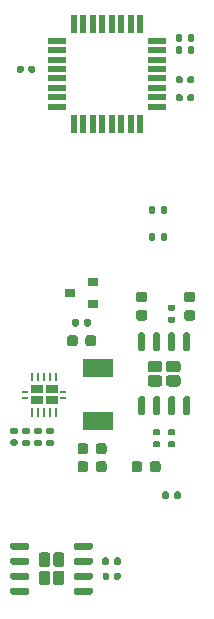
<source format=gbr>
%TF.GenerationSoftware,KiCad,Pcbnew,5.1.9-73d0e3b20d~88~ubuntu18.04.1*%
%TF.CreationDate,2021-02-25T17:56:51+01:00*%
%TF.ProjectId,climate_control,636c696d-6174-4655-9f63-6f6e74726f6c,rev?*%
%TF.SameCoordinates,Original*%
%TF.FileFunction,Paste,Top*%
%TF.FilePolarity,Positive*%
%FSLAX46Y46*%
G04 Gerber Fmt 4.6, Leading zero omitted, Abs format (unit mm)*
G04 Created by KiCad (PCBNEW 5.1.9-73d0e3b20d~88~ubuntu18.04.1) date 2021-02-25 17:56:51*
%MOMM*%
%LPD*%
G01*
G04 APERTURE LIST*
%ADD10R,1.600000X0.550000*%
%ADD11R,0.550000X1.600000*%
%ADD12O,0.230000X0.800000*%
%ADD13R,0.230000X0.230000*%
%ADD14R,1.050000X0.680000*%
%ADD15R,0.500000X0.260000*%
%ADD16R,0.900000X0.800000*%
%ADD17R,2.500000X1.500000*%
G04 APERTURE END LIST*
%TO.C,C6*%
G36*
G01*
X102416000Y-107399000D02*
X102416000Y-107739000D01*
G75*
G02*
X102276000Y-107879000I-140000J0D01*
G01*
X101996000Y-107879000D01*
G75*
G02*
X101856000Y-107739000I0J140000D01*
G01*
X101856000Y-107399000D01*
G75*
G02*
X101996000Y-107259000I140000J0D01*
G01*
X102276000Y-107259000D01*
G75*
G02*
X102416000Y-107399000I0J-140000D01*
G01*
G37*
G36*
G01*
X103376000Y-107399000D02*
X103376000Y-107739000D01*
G75*
G02*
X103236000Y-107879000I-140000J0D01*
G01*
X102956000Y-107879000D01*
G75*
G02*
X102816000Y-107739000I0J140000D01*
G01*
X102816000Y-107399000D01*
G75*
G02*
X102956000Y-107259000I140000J0D01*
G01*
X103236000Y-107259000D01*
G75*
G02*
X103376000Y-107399000I0J-140000D01*
G01*
G37*
%TD*%
D10*
%TO.C,U3*%
X105224000Y-105150000D03*
X105224000Y-105950000D03*
X105224000Y-106750000D03*
X105224000Y-107550000D03*
X105224000Y-108350000D03*
X105224000Y-109150000D03*
X105224000Y-109950000D03*
X105224000Y-110750000D03*
D11*
X106674000Y-112200000D03*
X107474000Y-112200000D03*
X108274000Y-112200000D03*
X109074000Y-112200000D03*
X109874000Y-112200000D03*
X110674000Y-112200000D03*
X111474000Y-112200000D03*
X112274000Y-112200000D03*
D10*
X113724000Y-110750000D03*
X113724000Y-109950000D03*
X113724000Y-109150000D03*
X113724000Y-108350000D03*
X113724000Y-107550000D03*
X113724000Y-106750000D03*
X113724000Y-105950000D03*
X113724000Y-105150000D03*
D11*
X112274000Y-103700000D03*
X111474000Y-103700000D03*
X110674000Y-103700000D03*
X109874000Y-103700000D03*
X109074000Y-103700000D03*
X108274000Y-103700000D03*
X107474000Y-103700000D03*
X106674000Y-103700000D03*
%TD*%
%TO.C,C1*%
G36*
G01*
X112645000Y-127310000D02*
X112145000Y-127310000D01*
G75*
G02*
X111920000Y-127085000I0J225000D01*
G01*
X111920000Y-126635000D01*
G75*
G02*
X112145000Y-126410000I225000J0D01*
G01*
X112645000Y-126410000D01*
G75*
G02*
X112870000Y-126635000I0J-225000D01*
G01*
X112870000Y-127085000D01*
G75*
G02*
X112645000Y-127310000I-225000J0D01*
G01*
G37*
G36*
G01*
X112645000Y-128860000D02*
X112145000Y-128860000D01*
G75*
G02*
X111920000Y-128635000I0J225000D01*
G01*
X111920000Y-128185000D01*
G75*
G02*
X112145000Y-127960000I225000J0D01*
G01*
X112645000Y-127960000D01*
G75*
G02*
X112870000Y-128185000I0J-225000D01*
G01*
X112870000Y-128635000D01*
G75*
G02*
X112645000Y-128860000I-225000J0D01*
G01*
G37*
%TD*%
%TO.C,C4*%
G36*
G01*
X113101000Y-141474000D02*
X113101000Y-140974000D01*
G75*
G02*
X113326000Y-140749000I225000J0D01*
G01*
X113776000Y-140749000D01*
G75*
G02*
X114001000Y-140974000I0J-225000D01*
G01*
X114001000Y-141474000D01*
G75*
G02*
X113776000Y-141699000I-225000J0D01*
G01*
X113326000Y-141699000D01*
G75*
G02*
X113101000Y-141474000I0J225000D01*
G01*
G37*
G36*
G01*
X111551000Y-141474000D02*
X111551000Y-140974000D01*
G75*
G02*
X111776000Y-140749000I225000J0D01*
G01*
X112226000Y-140749000D01*
G75*
G02*
X112451000Y-140974000I0J-225000D01*
G01*
X112451000Y-141474000D01*
G75*
G02*
X112226000Y-141699000I-225000J0D01*
G01*
X111776000Y-141699000D01*
G75*
G02*
X111551000Y-141474000I0J225000D01*
G01*
G37*
%TD*%
%TO.C,C7*%
G36*
G01*
X107879000Y-139450000D02*
X107879000Y-139950000D01*
G75*
G02*
X107654000Y-140175000I-225000J0D01*
G01*
X107204000Y-140175000D01*
G75*
G02*
X106979000Y-139950000I0J225000D01*
G01*
X106979000Y-139450000D01*
G75*
G02*
X107204000Y-139225000I225000J0D01*
G01*
X107654000Y-139225000D01*
G75*
G02*
X107879000Y-139450000I0J-225000D01*
G01*
G37*
G36*
G01*
X109429000Y-139450000D02*
X109429000Y-139950000D01*
G75*
G02*
X109204000Y-140175000I-225000J0D01*
G01*
X108754000Y-140175000D01*
G75*
G02*
X108529000Y-139950000I0J225000D01*
G01*
X108529000Y-139450000D01*
G75*
G02*
X108754000Y-139225000I225000J0D01*
G01*
X109204000Y-139225000D01*
G75*
G02*
X109429000Y-139450000I0J-225000D01*
G01*
G37*
%TD*%
%TO.C,C8*%
G36*
G01*
X109429000Y-140974000D02*
X109429000Y-141474000D01*
G75*
G02*
X109204000Y-141699000I-225000J0D01*
G01*
X108754000Y-141699000D01*
G75*
G02*
X108529000Y-141474000I0J225000D01*
G01*
X108529000Y-140974000D01*
G75*
G02*
X108754000Y-140749000I225000J0D01*
G01*
X109204000Y-140749000D01*
G75*
G02*
X109429000Y-140974000I0J-225000D01*
G01*
G37*
G36*
G01*
X107879000Y-140974000D02*
X107879000Y-141474000D01*
G75*
G02*
X107654000Y-141699000I-225000J0D01*
G01*
X107204000Y-141699000D01*
G75*
G02*
X106979000Y-141474000I0J225000D01*
G01*
X106979000Y-140974000D01*
G75*
G02*
X107204000Y-140749000I225000J0D01*
G01*
X107654000Y-140749000D01*
G75*
G02*
X107879000Y-140974000I0J-225000D01*
G01*
G37*
%TD*%
%TO.C,C10*%
G36*
G01*
X106090000Y-130806000D02*
X106090000Y-130306000D01*
G75*
G02*
X106315000Y-130081000I225000J0D01*
G01*
X106765000Y-130081000D01*
G75*
G02*
X106990000Y-130306000I0J-225000D01*
G01*
X106990000Y-130806000D01*
G75*
G02*
X106765000Y-131031000I-225000J0D01*
G01*
X106315000Y-131031000D01*
G75*
G02*
X106090000Y-130806000I0J225000D01*
G01*
G37*
G36*
G01*
X107640000Y-130806000D02*
X107640000Y-130306000D01*
G75*
G02*
X107865000Y-130081000I225000J0D01*
G01*
X108315000Y-130081000D01*
G75*
G02*
X108540000Y-130306000I0J-225000D01*
G01*
X108540000Y-130806000D01*
G75*
G02*
X108315000Y-131031000I-225000J0D01*
G01*
X107865000Y-131031000D01*
G75*
G02*
X107640000Y-130806000I0J225000D01*
G01*
G37*
%TD*%
%TO.C,U1*%
G36*
G01*
X113142500Y-133465000D02*
X113907500Y-133465000D01*
G75*
G02*
X114150000Y-133707500I0J-242500D01*
G01*
X114150000Y-134192500D01*
G75*
G02*
X113907500Y-134435000I-242500J0D01*
G01*
X113142500Y-134435000D01*
G75*
G02*
X112900000Y-134192500I0J242500D01*
G01*
X112900000Y-133707500D01*
G75*
G02*
X113142500Y-133465000I242500J0D01*
G01*
G37*
G36*
G01*
X114692500Y-133465000D02*
X115457500Y-133465000D01*
G75*
G02*
X115700000Y-133707500I0J-242500D01*
G01*
X115700000Y-134192500D01*
G75*
G02*
X115457500Y-134435000I-242500J0D01*
G01*
X114692500Y-134435000D01*
G75*
G02*
X114450000Y-134192500I0J242500D01*
G01*
X114450000Y-133707500D01*
G75*
G02*
X114692500Y-133465000I242500J0D01*
G01*
G37*
G36*
G01*
X113142500Y-132265000D02*
X113907500Y-132265000D01*
G75*
G02*
X114150000Y-132507500I0J-242500D01*
G01*
X114150000Y-132992500D01*
G75*
G02*
X113907500Y-133235000I-242500J0D01*
G01*
X113142500Y-133235000D01*
G75*
G02*
X112900000Y-132992500I0J242500D01*
G01*
X112900000Y-132507500D01*
G75*
G02*
X113142500Y-132265000I242500J0D01*
G01*
G37*
G36*
G01*
X114692500Y-132265000D02*
X115457500Y-132265000D01*
G75*
G02*
X115700000Y-132507500I0J-242500D01*
G01*
X115700000Y-132992500D01*
G75*
G02*
X115457500Y-133235000I-242500J0D01*
G01*
X114692500Y-133235000D01*
G75*
G02*
X114450000Y-132992500I0J242500D01*
G01*
X114450000Y-132507500D01*
G75*
G02*
X114692500Y-132265000I242500J0D01*
G01*
G37*
G36*
G01*
X116055000Y-135250000D02*
X116355000Y-135250000D01*
G75*
G02*
X116505000Y-135400000I0J-150000D01*
G01*
X116505000Y-136700000D01*
G75*
G02*
X116355000Y-136850000I-150000J0D01*
G01*
X116055000Y-136850000D01*
G75*
G02*
X115905000Y-136700000I0J150000D01*
G01*
X115905000Y-135400000D01*
G75*
G02*
X116055000Y-135250000I150000J0D01*
G01*
G37*
G36*
G01*
X114785000Y-135250000D02*
X115085000Y-135250000D01*
G75*
G02*
X115235000Y-135400000I0J-150000D01*
G01*
X115235000Y-136700000D01*
G75*
G02*
X115085000Y-136850000I-150000J0D01*
G01*
X114785000Y-136850000D01*
G75*
G02*
X114635000Y-136700000I0J150000D01*
G01*
X114635000Y-135400000D01*
G75*
G02*
X114785000Y-135250000I150000J0D01*
G01*
G37*
G36*
G01*
X113515000Y-135250000D02*
X113815000Y-135250000D01*
G75*
G02*
X113965000Y-135400000I0J-150000D01*
G01*
X113965000Y-136700000D01*
G75*
G02*
X113815000Y-136850000I-150000J0D01*
G01*
X113515000Y-136850000D01*
G75*
G02*
X113365000Y-136700000I0J150000D01*
G01*
X113365000Y-135400000D01*
G75*
G02*
X113515000Y-135250000I150000J0D01*
G01*
G37*
G36*
G01*
X112245000Y-135250000D02*
X112545000Y-135250000D01*
G75*
G02*
X112695000Y-135400000I0J-150000D01*
G01*
X112695000Y-136700000D01*
G75*
G02*
X112545000Y-136850000I-150000J0D01*
G01*
X112245000Y-136850000D01*
G75*
G02*
X112095000Y-136700000I0J150000D01*
G01*
X112095000Y-135400000D01*
G75*
G02*
X112245000Y-135250000I150000J0D01*
G01*
G37*
G36*
G01*
X112245000Y-129850000D02*
X112545000Y-129850000D01*
G75*
G02*
X112695000Y-130000000I0J-150000D01*
G01*
X112695000Y-131300000D01*
G75*
G02*
X112545000Y-131450000I-150000J0D01*
G01*
X112245000Y-131450000D01*
G75*
G02*
X112095000Y-131300000I0J150000D01*
G01*
X112095000Y-130000000D01*
G75*
G02*
X112245000Y-129850000I150000J0D01*
G01*
G37*
G36*
G01*
X113515000Y-129850000D02*
X113815000Y-129850000D01*
G75*
G02*
X113965000Y-130000000I0J-150000D01*
G01*
X113965000Y-131300000D01*
G75*
G02*
X113815000Y-131450000I-150000J0D01*
G01*
X113515000Y-131450000D01*
G75*
G02*
X113365000Y-131300000I0J150000D01*
G01*
X113365000Y-130000000D01*
G75*
G02*
X113515000Y-129850000I150000J0D01*
G01*
G37*
G36*
G01*
X114785000Y-129850000D02*
X115085000Y-129850000D01*
G75*
G02*
X115235000Y-130000000I0J-150000D01*
G01*
X115235000Y-131300000D01*
G75*
G02*
X115085000Y-131450000I-150000J0D01*
G01*
X114785000Y-131450000D01*
G75*
G02*
X114635000Y-131300000I0J150000D01*
G01*
X114635000Y-130000000D01*
G75*
G02*
X114785000Y-129850000I150000J0D01*
G01*
G37*
G36*
G01*
X116055000Y-129850000D02*
X116355000Y-129850000D01*
G75*
G02*
X116505000Y-130000000I0J-150000D01*
G01*
X116505000Y-131300000D01*
G75*
G02*
X116355000Y-131450000I-150000J0D01*
G01*
X116055000Y-131450000D01*
G75*
G02*
X115905000Y-131300000I0J150000D01*
G01*
X115905000Y-130000000D01*
G75*
G02*
X116055000Y-129850000I150000J0D01*
G01*
G37*
%TD*%
%TO.C,U2*%
G36*
G01*
X101275000Y-148105000D02*
X101275000Y-147805000D01*
G75*
G02*
X101425000Y-147655000I150000J0D01*
G01*
X102725000Y-147655000D01*
G75*
G02*
X102875000Y-147805000I0J-150000D01*
G01*
X102875000Y-148105000D01*
G75*
G02*
X102725000Y-148255000I-150000J0D01*
G01*
X101425000Y-148255000D01*
G75*
G02*
X101275000Y-148105000I0J150000D01*
G01*
G37*
G36*
G01*
X101275000Y-149375000D02*
X101275000Y-149075000D01*
G75*
G02*
X101425000Y-148925000I150000J0D01*
G01*
X102725000Y-148925000D01*
G75*
G02*
X102875000Y-149075000I0J-150000D01*
G01*
X102875000Y-149375000D01*
G75*
G02*
X102725000Y-149525000I-150000J0D01*
G01*
X101425000Y-149525000D01*
G75*
G02*
X101275000Y-149375000I0J150000D01*
G01*
G37*
G36*
G01*
X101275000Y-150645000D02*
X101275000Y-150345000D01*
G75*
G02*
X101425000Y-150195000I150000J0D01*
G01*
X102725000Y-150195000D01*
G75*
G02*
X102875000Y-150345000I0J-150000D01*
G01*
X102875000Y-150645000D01*
G75*
G02*
X102725000Y-150795000I-150000J0D01*
G01*
X101425000Y-150795000D01*
G75*
G02*
X101275000Y-150645000I0J150000D01*
G01*
G37*
G36*
G01*
X101275000Y-151915000D02*
X101275000Y-151615000D01*
G75*
G02*
X101425000Y-151465000I150000J0D01*
G01*
X102725000Y-151465000D01*
G75*
G02*
X102875000Y-151615000I0J-150000D01*
G01*
X102875000Y-151915000D01*
G75*
G02*
X102725000Y-152065000I-150000J0D01*
G01*
X101425000Y-152065000D01*
G75*
G02*
X101275000Y-151915000I0J150000D01*
G01*
G37*
G36*
G01*
X106675000Y-151915000D02*
X106675000Y-151615000D01*
G75*
G02*
X106825000Y-151465000I150000J0D01*
G01*
X108125000Y-151465000D01*
G75*
G02*
X108275000Y-151615000I0J-150000D01*
G01*
X108275000Y-151915000D01*
G75*
G02*
X108125000Y-152065000I-150000J0D01*
G01*
X106825000Y-152065000D01*
G75*
G02*
X106675000Y-151915000I0J150000D01*
G01*
G37*
G36*
G01*
X106675000Y-150645000D02*
X106675000Y-150345000D01*
G75*
G02*
X106825000Y-150195000I150000J0D01*
G01*
X108125000Y-150195000D01*
G75*
G02*
X108275000Y-150345000I0J-150000D01*
G01*
X108275000Y-150645000D01*
G75*
G02*
X108125000Y-150795000I-150000J0D01*
G01*
X106825000Y-150795000D01*
G75*
G02*
X106675000Y-150645000I0J150000D01*
G01*
G37*
G36*
G01*
X106675000Y-149375000D02*
X106675000Y-149075000D01*
G75*
G02*
X106825000Y-148925000I150000J0D01*
G01*
X108125000Y-148925000D01*
G75*
G02*
X108275000Y-149075000I0J-150000D01*
G01*
X108275000Y-149375000D01*
G75*
G02*
X108125000Y-149525000I-150000J0D01*
G01*
X106825000Y-149525000D01*
G75*
G02*
X106675000Y-149375000I0J150000D01*
G01*
G37*
G36*
G01*
X106675000Y-148105000D02*
X106675000Y-147805000D01*
G75*
G02*
X106825000Y-147655000I150000J0D01*
G01*
X108125000Y-147655000D01*
G75*
G02*
X108275000Y-147805000I0J-150000D01*
G01*
X108275000Y-148105000D01*
G75*
G02*
X108125000Y-148255000I-150000J0D01*
G01*
X106825000Y-148255000D01*
G75*
G02*
X106675000Y-148105000I0J150000D01*
G01*
G37*
G36*
G01*
X103690000Y-149467500D02*
X103690000Y-148702500D01*
G75*
G02*
X103932500Y-148460000I242500J0D01*
G01*
X104417500Y-148460000D01*
G75*
G02*
X104660000Y-148702500I0J-242500D01*
G01*
X104660000Y-149467500D01*
G75*
G02*
X104417500Y-149710000I-242500J0D01*
G01*
X103932500Y-149710000D01*
G75*
G02*
X103690000Y-149467500I0J242500D01*
G01*
G37*
G36*
G01*
X103690000Y-151017500D02*
X103690000Y-150252500D01*
G75*
G02*
X103932500Y-150010000I242500J0D01*
G01*
X104417500Y-150010000D01*
G75*
G02*
X104660000Y-150252500I0J-242500D01*
G01*
X104660000Y-151017500D01*
G75*
G02*
X104417500Y-151260000I-242500J0D01*
G01*
X103932500Y-151260000D01*
G75*
G02*
X103690000Y-151017500I0J242500D01*
G01*
G37*
G36*
G01*
X104890000Y-149467500D02*
X104890000Y-148702500D01*
G75*
G02*
X105132500Y-148460000I242500J0D01*
G01*
X105617500Y-148460000D01*
G75*
G02*
X105860000Y-148702500I0J-242500D01*
G01*
X105860000Y-149467500D01*
G75*
G02*
X105617500Y-149710000I-242500J0D01*
G01*
X105132500Y-149710000D01*
G75*
G02*
X104890000Y-149467500I0J242500D01*
G01*
G37*
G36*
G01*
X104890000Y-151017500D02*
X104890000Y-150252500D01*
G75*
G02*
X105132500Y-150010000I242500J0D01*
G01*
X105617500Y-150010000D01*
G75*
G02*
X105860000Y-150252500I0J-242500D01*
G01*
X105860000Y-151017500D01*
G75*
G02*
X105617500Y-151260000I-242500J0D01*
G01*
X105132500Y-151260000D01*
G75*
G02*
X104890000Y-151017500I0J242500D01*
G01*
G37*
%TD*%
D12*
%TO.C,U4*%
X105140000Y-133653000D03*
X104640000Y-133653000D03*
D13*
X104140000Y-133368000D03*
D12*
X103640000Y-133653000D03*
D13*
X103140000Y-133368000D03*
D12*
X103140000Y-136603000D03*
X103640000Y-136603000D03*
D13*
X104140000Y-136888000D03*
X104640000Y-136888000D03*
X105140000Y-136888000D03*
D14*
X104775000Y-134678000D03*
D15*
X105770000Y-134878000D03*
X105770000Y-135378000D03*
X102510000Y-134878000D03*
X102510000Y-135378000D03*
D14*
X104775000Y-135578000D03*
X103505000Y-134678000D03*
X103505000Y-135578000D03*
D13*
X105140000Y-133368000D03*
X104640000Y-133368000D03*
D12*
X104140000Y-133653000D03*
D13*
X103640000Y-133368000D03*
D12*
X103140000Y-133653000D03*
D13*
X103140000Y-136888000D03*
X103640000Y-136888000D03*
D12*
X104140000Y-136603000D03*
X104640000Y-136603000D03*
X105140000Y-136603000D03*
%TD*%
%TO.C,D1*%
G36*
G01*
X116715250Y-128860000D02*
X116202750Y-128860000D01*
G75*
G02*
X115984000Y-128641250I0J218750D01*
G01*
X115984000Y-128203750D01*
G75*
G02*
X116202750Y-127985000I218750J0D01*
G01*
X116715250Y-127985000D01*
G75*
G02*
X116934000Y-128203750I0J-218750D01*
G01*
X116934000Y-128641250D01*
G75*
G02*
X116715250Y-128860000I-218750J0D01*
G01*
G37*
G36*
G01*
X116715250Y-127285000D02*
X116202750Y-127285000D01*
G75*
G02*
X115984000Y-127066250I0J218750D01*
G01*
X115984000Y-126628750D01*
G75*
G02*
X116202750Y-126410000I218750J0D01*
G01*
X116715250Y-126410000D01*
G75*
G02*
X116934000Y-126628750I0J-218750D01*
G01*
X116934000Y-127066250D01*
G75*
G02*
X116715250Y-127285000I-218750J0D01*
G01*
G37*
%TD*%
D16*
%TO.C,Q2*%
X108315000Y-127442000D03*
X108315000Y-125542000D03*
X106315000Y-126492000D03*
%TD*%
%TO.C,R1*%
G36*
G01*
X113480000Y-138031000D02*
X113850000Y-138031000D01*
G75*
G02*
X113985000Y-138166000I0J-135000D01*
G01*
X113985000Y-138436000D01*
G75*
G02*
X113850000Y-138571000I-135000J0D01*
G01*
X113480000Y-138571000D01*
G75*
G02*
X113345000Y-138436000I0J135000D01*
G01*
X113345000Y-138166000D01*
G75*
G02*
X113480000Y-138031000I135000J0D01*
G01*
G37*
G36*
G01*
X113480000Y-139051000D02*
X113850000Y-139051000D01*
G75*
G02*
X113985000Y-139186000I0J-135000D01*
G01*
X113985000Y-139456000D01*
G75*
G02*
X113850000Y-139591000I-135000J0D01*
G01*
X113480000Y-139591000D01*
G75*
G02*
X113345000Y-139456000I0J135000D01*
G01*
X113345000Y-139186000D01*
G75*
G02*
X113480000Y-139051000I135000J0D01*
G01*
G37*
%TD*%
%TO.C,R2*%
G36*
G01*
X115120000Y-139591000D02*
X114750000Y-139591000D01*
G75*
G02*
X114615000Y-139456000I0J135000D01*
G01*
X114615000Y-139186000D01*
G75*
G02*
X114750000Y-139051000I135000J0D01*
G01*
X115120000Y-139051000D01*
G75*
G02*
X115255000Y-139186000I0J-135000D01*
G01*
X115255000Y-139456000D01*
G75*
G02*
X115120000Y-139591000I-135000J0D01*
G01*
G37*
G36*
G01*
X115120000Y-138571000D02*
X114750000Y-138571000D01*
G75*
G02*
X114615000Y-138436000I0J135000D01*
G01*
X114615000Y-138166000D01*
G75*
G02*
X114750000Y-138031000I135000J0D01*
G01*
X115120000Y-138031000D01*
G75*
G02*
X115255000Y-138166000I0J-135000D01*
G01*
X115255000Y-138436000D01*
G75*
G02*
X115120000Y-138571000I-135000J0D01*
G01*
G37*
%TD*%
%TO.C,R4*%
G36*
G01*
X114695000Y-143452000D02*
X114695000Y-143822000D01*
G75*
G02*
X114560000Y-143957000I-135000J0D01*
G01*
X114290000Y-143957000D01*
G75*
G02*
X114155000Y-143822000I0J135000D01*
G01*
X114155000Y-143452000D01*
G75*
G02*
X114290000Y-143317000I135000J0D01*
G01*
X114560000Y-143317000D01*
G75*
G02*
X114695000Y-143452000I0J-135000D01*
G01*
G37*
G36*
G01*
X115715000Y-143452000D02*
X115715000Y-143822000D01*
G75*
G02*
X115580000Y-143957000I-135000J0D01*
G01*
X115310000Y-143957000D01*
G75*
G02*
X115175000Y-143822000I0J135000D01*
G01*
X115175000Y-143452000D01*
G75*
G02*
X115310000Y-143317000I135000J0D01*
G01*
X115580000Y-143317000D01*
G75*
G02*
X115715000Y-143452000I0J-135000D01*
G01*
G37*
%TD*%
%TO.C,R9*%
G36*
G01*
X114032000Y-121946000D02*
X114032000Y-121576000D01*
G75*
G02*
X114167000Y-121441000I135000J0D01*
G01*
X114437000Y-121441000D01*
G75*
G02*
X114572000Y-121576000I0J-135000D01*
G01*
X114572000Y-121946000D01*
G75*
G02*
X114437000Y-122081000I-135000J0D01*
G01*
X114167000Y-122081000D01*
G75*
G02*
X114032000Y-121946000I0J135000D01*
G01*
G37*
G36*
G01*
X113012000Y-121946000D02*
X113012000Y-121576000D01*
G75*
G02*
X113147000Y-121441000I135000J0D01*
G01*
X113417000Y-121441000D01*
G75*
G02*
X113552000Y-121576000I0J-135000D01*
G01*
X113552000Y-121946000D01*
G75*
G02*
X113417000Y-122081000I-135000J0D01*
G01*
X113147000Y-122081000D01*
G75*
G02*
X113012000Y-121946000I0J135000D01*
G01*
G37*
%TD*%
%TO.C,R11*%
G36*
G01*
X115120000Y-128030000D02*
X114750000Y-128030000D01*
G75*
G02*
X114615000Y-127895000I0J135000D01*
G01*
X114615000Y-127625000D01*
G75*
G02*
X114750000Y-127490000I135000J0D01*
G01*
X115120000Y-127490000D01*
G75*
G02*
X115255000Y-127625000I0J-135000D01*
G01*
X115255000Y-127895000D01*
G75*
G02*
X115120000Y-128030000I-135000J0D01*
G01*
G37*
G36*
G01*
X115120000Y-129050000D02*
X114750000Y-129050000D01*
G75*
G02*
X114615000Y-128915000I0J135000D01*
G01*
X114615000Y-128645000D01*
G75*
G02*
X114750000Y-128510000I135000J0D01*
G01*
X115120000Y-128510000D01*
G75*
G02*
X115255000Y-128645000I0J-135000D01*
G01*
X115255000Y-128915000D01*
G75*
G02*
X115120000Y-129050000I-135000J0D01*
G01*
G37*
%TD*%
%TO.C,R12*%
G36*
G01*
X109075000Y-149410000D02*
X109075000Y-149040000D01*
G75*
G02*
X109210000Y-148905000I135000J0D01*
G01*
X109480000Y-148905000D01*
G75*
G02*
X109615000Y-149040000I0J-135000D01*
G01*
X109615000Y-149410000D01*
G75*
G02*
X109480000Y-149545000I-135000J0D01*
G01*
X109210000Y-149545000D01*
G75*
G02*
X109075000Y-149410000I0J135000D01*
G01*
G37*
G36*
G01*
X110095000Y-149410000D02*
X110095000Y-149040000D01*
G75*
G02*
X110230000Y-148905000I135000J0D01*
G01*
X110500000Y-148905000D01*
G75*
G02*
X110635000Y-149040000I0J-135000D01*
G01*
X110635000Y-149410000D01*
G75*
G02*
X110500000Y-149545000I-135000J0D01*
G01*
X110230000Y-149545000D01*
G75*
G02*
X110095000Y-149410000I0J135000D01*
G01*
G37*
%TD*%
%TO.C,R13*%
G36*
G01*
X113012000Y-119660000D02*
X113012000Y-119290000D01*
G75*
G02*
X113147000Y-119155000I135000J0D01*
G01*
X113417000Y-119155000D01*
G75*
G02*
X113552000Y-119290000I0J-135000D01*
G01*
X113552000Y-119660000D01*
G75*
G02*
X113417000Y-119795000I-135000J0D01*
G01*
X113147000Y-119795000D01*
G75*
G02*
X113012000Y-119660000I0J135000D01*
G01*
G37*
G36*
G01*
X114032000Y-119660000D02*
X114032000Y-119290000D01*
G75*
G02*
X114167000Y-119155000I135000J0D01*
G01*
X114437000Y-119155000D01*
G75*
G02*
X114572000Y-119290000I0J-135000D01*
G01*
X114572000Y-119660000D01*
G75*
G02*
X114437000Y-119795000I-135000J0D01*
G01*
X114167000Y-119795000D01*
G75*
G02*
X114032000Y-119660000I0J135000D01*
G01*
G37*
%TD*%
%TO.C,R14*%
G36*
G01*
X108095000Y-128847000D02*
X108095000Y-129217000D01*
G75*
G02*
X107960000Y-129352000I-135000J0D01*
G01*
X107690000Y-129352000D01*
G75*
G02*
X107555000Y-129217000I0J135000D01*
G01*
X107555000Y-128847000D01*
G75*
G02*
X107690000Y-128712000I135000J0D01*
G01*
X107960000Y-128712000D01*
G75*
G02*
X108095000Y-128847000I0J-135000D01*
G01*
G37*
G36*
G01*
X107075000Y-128847000D02*
X107075000Y-129217000D01*
G75*
G02*
X106940000Y-129352000I-135000J0D01*
G01*
X106670000Y-129352000D01*
G75*
G02*
X106535000Y-129217000I0J135000D01*
G01*
X106535000Y-128847000D01*
G75*
G02*
X106670000Y-128712000I135000J0D01*
G01*
X106940000Y-128712000D01*
G75*
G02*
X107075000Y-128847000I0J-135000D01*
G01*
G37*
%TD*%
%TO.C,R15*%
G36*
G01*
X104463000Y-138924000D02*
X104833000Y-138924000D01*
G75*
G02*
X104968000Y-139059000I0J-135000D01*
G01*
X104968000Y-139329000D01*
G75*
G02*
X104833000Y-139464000I-135000J0D01*
G01*
X104463000Y-139464000D01*
G75*
G02*
X104328000Y-139329000I0J135000D01*
G01*
X104328000Y-139059000D01*
G75*
G02*
X104463000Y-138924000I135000J0D01*
G01*
G37*
G36*
G01*
X104463000Y-137904000D02*
X104833000Y-137904000D01*
G75*
G02*
X104968000Y-138039000I0J-135000D01*
G01*
X104968000Y-138309000D01*
G75*
G02*
X104833000Y-138444000I-135000J0D01*
G01*
X104463000Y-138444000D01*
G75*
G02*
X104328000Y-138309000I0J135000D01*
G01*
X104328000Y-138039000D01*
G75*
G02*
X104463000Y-137904000I135000J0D01*
G01*
G37*
%TD*%
%TO.C,R17*%
G36*
G01*
X102801000Y-139464000D02*
X102431000Y-139464000D01*
G75*
G02*
X102296000Y-139329000I0J135000D01*
G01*
X102296000Y-139059000D01*
G75*
G02*
X102431000Y-138924000I135000J0D01*
G01*
X102801000Y-138924000D01*
G75*
G02*
X102936000Y-139059000I0J-135000D01*
G01*
X102936000Y-139329000D01*
G75*
G02*
X102801000Y-139464000I-135000J0D01*
G01*
G37*
G36*
G01*
X102801000Y-138444000D02*
X102431000Y-138444000D01*
G75*
G02*
X102296000Y-138309000I0J135000D01*
G01*
X102296000Y-138039000D01*
G75*
G02*
X102431000Y-137904000I135000J0D01*
G01*
X102801000Y-137904000D01*
G75*
G02*
X102936000Y-138039000I0J-135000D01*
G01*
X102936000Y-138309000D01*
G75*
G02*
X102801000Y-138444000I-135000J0D01*
G01*
G37*
%TD*%
%TO.C,R18*%
G36*
G01*
X103447000Y-138924000D02*
X103817000Y-138924000D01*
G75*
G02*
X103952000Y-139059000I0J-135000D01*
G01*
X103952000Y-139329000D01*
G75*
G02*
X103817000Y-139464000I-135000J0D01*
G01*
X103447000Y-139464000D01*
G75*
G02*
X103312000Y-139329000I0J135000D01*
G01*
X103312000Y-139059000D01*
G75*
G02*
X103447000Y-138924000I135000J0D01*
G01*
G37*
G36*
G01*
X103447000Y-137904000D02*
X103817000Y-137904000D01*
G75*
G02*
X103952000Y-138039000I0J-135000D01*
G01*
X103952000Y-138309000D01*
G75*
G02*
X103817000Y-138444000I-135000J0D01*
G01*
X103447000Y-138444000D01*
G75*
G02*
X103312000Y-138309000I0J135000D01*
G01*
X103312000Y-138039000D01*
G75*
G02*
X103447000Y-137904000I135000J0D01*
G01*
G37*
%TD*%
%TO.C,C3*%
G36*
G01*
X109095000Y-150665000D02*
X109095000Y-150325000D01*
G75*
G02*
X109235000Y-150185000I140000J0D01*
G01*
X109515000Y-150185000D01*
G75*
G02*
X109655000Y-150325000I0J-140000D01*
G01*
X109655000Y-150665000D01*
G75*
G02*
X109515000Y-150805000I-140000J0D01*
G01*
X109235000Y-150805000D01*
G75*
G02*
X109095000Y-150665000I0J140000D01*
G01*
G37*
G36*
G01*
X110055000Y-150665000D02*
X110055000Y-150325000D01*
G75*
G02*
X110195000Y-150185000I140000J0D01*
G01*
X110475000Y-150185000D01*
G75*
G02*
X110615000Y-150325000I0J-140000D01*
G01*
X110615000Y-150665000D01*
G75*
G02*
X110475000Y-150805000I-140000J0D01*
G01*
X110195000Y-150805000D01*
G75*
G02*
X110055000Y-150665000I0J140000D01*
G01*
G37*
%TD*%
%TO.C,C5*%
G36*
G01*
X115318000Y-108628000D02*
X115318000Y-108288000D01*
G75*
G02*
X115458000Y-108148000I140000J0D01*
G01*
X115738000Y-108148000D01*
G75*
G02*
X115878000Y-108288000I0J-140000D01*
G01*
X115878000Y-108628000D01*
G75*
G02*
X115738000Y-108768000I-140000J0D01*
G01*
X115458000Y-108768000D01*
G75*
G02*
X115318000Y-108628000I0J140000D01*
G01*
G37*
G36*
G01*
X116278000Y-108628000D02*
X116278000Y-108288000D01*
G75*
G02*
X116418000Y-108148000I140000J0D01*
G01*
X116698000Y-108148000D01*
G75*
G02*
X116838000Y-108288000I0J-140000D01*
G01*
X116838000Y-108628000D01*
G75*
G02*
X116698000Y-108768000I-140000J0D01*
G01*
X116418000Y-108768000D01*
G75*
G02*
X116278000Y-108628000I0J140000D01*
G01*
G37*
%TD*%
%TO.C,C9*%
G36*
G01*
X101430000Y-138884000D02*
X101770000Y-138884000D01*
G75*
G02*
X101910000Y-139024000I0J-140000D01*
G01*
X101910000Y-139304000D01*
G75*
G02*
X101770000Y-139444000I-140000J0D01*
G01*
X101430000Y-139444000D01*
G75*
G02*
X101290000Y-139304000I0J140000D01*
G01*
X101290000Y-139024000D01*
G75*
G02*
X101430000Y-138884000I140000J0D01*
G01*
G37*
G36*
G01*
X101430000Y-137924000D02*
X101770000Y-137924000D01*
G75*
G02*
X101910000Y-138064000I0J-140000D01*
G01*
X101910000Y-138344000D01*
G75*
G02*
X101770000Y-138484000I-140000J0D01*
G01*
X101430000Y-138484000D01*
G75*
G02*
X101290000Y-138344000I0J140000D01*
G01*
X101290000Y-138064000D01*
G75*
G02*
X101430000Y-137924000I140000J0D01*
G01*
G37*
%TD*%
%TO.C,C11*%
G36*
G01*
X116278000Y-110152000D02*
X116278000Y-109812000D01*
G75*
G02*
X116418000Y-109672000I140000J0D01*
G01*
X116698000Y-109672000D01*
G75*
G02*
X116838000Y-109812000I0J-140000D01*
G01*
X116838000Y-110152000D01*
G75*
G02*
X116698000Y-110292000I-140000J0D01*
G01*
X116418000Y-110292000D01*
G75*
G02*
X116278000Y-110152000I0J140000D01*
G01*
G37*
G36*
G01*
X115318000Y-110152000D02*
X115318000Y-109812000D01*
G75*
G02*
X115458000Y-109672000I140000J0D01*
G01*
X115738000Y-109672000D01*
G75*
G02*
X115878000Y-109812000I0J-140000D01*
G01*
X115878000Y-110152000D01*
G75*
G02*
X115738000Y-110292000I-140000J0D01*
G01*
X115458000Y-110292000D01*
G75*
G02*
X115318000Y-110152000I0J140000D01*
G01*
G37*
%TD*%
D17*
%TO.C,L1*%
X108712000Y-137378000D03*
X108712000Y-132878000D03*
%TD*%
%TO.C,R3*%
G36*
G01*
X116318000Y-105087000D02*
X116318000Y-104717000D01*
G75*
G02*
X116453000Y-104582000I135000J0D01*
G01*
X116723000Y-104582000D01*
G75*
G02*
X116858000Y-104717000I0J-135000D01*
G01*
X116858000Y-105087000D01*
G75*
G02*
X116723000Y-105222000I-135000J0D01*
G01*
X116453000Y-105222000D01*
G75*
G02*
X116318000Y-105087000I0J135000D01*
G01*
G37*
G36*
G01*
X115298000Y-105087000D02*
X115298000Y-104717000D01*
G75*
G02*
X115433000Y-104582000I135000J0D01*
G01*
X115703000Y-104582000D01*
G75*
G02*
X115838000Y-104717000I0J-135000D01*
G01*
X115838000Y-105087000D01*
G75*
G02*
X115703000Y-105222000I-135000J0D01*
G01*
X115433000Y-105222000D01*
G75*
G02*
X115298000Y-105087000I0J135000D01*
G01*
G37*
%TD*%
%TO.C,R5*%
G36*
G01*
X115298000Y-106103000D02*
X115298000Y-105733000D01*
G75*
G02*
X115433000Y-105598000I135000J0D01*
G01*
X115703000Y-105598000D01*
G75*
G02*
X115838000Y-105733000I0J-135000D01*
G01*
X115838000Y-106103000D01*
G75*
G02*
X115703000Y-106238000I-135000J0D01*
G01*
X115433000Y-106238000D01*
G75*
G02*
X115298000Y-106103000I0J135000D01*
G01*
G37*
G36*
G01*
X116318000Y-106103000D02*
X116318000Y-105733000D01*
G75*
G02*
X116453000Y-105598000I135000J0D01*
G01*
X116723000Y-105598000D01*
G75*
G02*
X116858000Y-105733000I0J-135000D01*
G01*
X116858000Y-106103000D01*
G75*
G02*
X116723000Y-106238000I-135000J0D01*
G01*
X116453000Y-106238000D01*
G75*
G02*
X116318000Y-106103000I0J135000D01*
G01*
G37*
%TD*%
M02*

</source>
